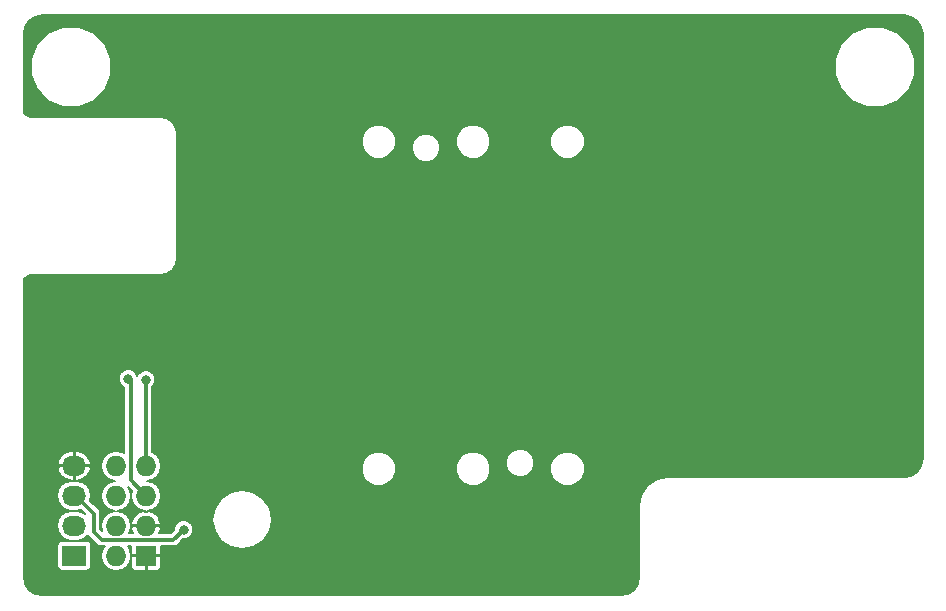
<source format=gbl>
G04 #@! TF.FileFunction,Copper,L2,Bot,Signal*
%FSLAX46Y46*%
G04 Gerber Fmt 4.6, Leading zero omitted, Abs format (unit mm)*
G04 Created by KiCad (PCBNEW 0.201601071449+6428~40~ubuntu14.04.1-stable) date Tue 29 Mar 2016 02:08:47 BST*
%MOMM*%
G01*
G04 APERTURE LIST*
%ADD10C,0.100000*%
%ADD11R,2.032000X1.727200*%
%ADD12O,2.032000X1.727200*%
%ADD13R,1.727200X1.727200*%
%ADD14O,1.727200X1.727200*%
%ADD15C,0.800000*%
%ADD16C,0.300000*%
%ADD17C,0.200000*%
G04 APERTURE END LIST*
D10*
D11*
X156718000Y-124206000D03*
D12*
X156718000Y-121666000D03*
X156718000Y-119126000D03*
X156718000Y-116586000D03*
D13*
X162814000Y-124206000D03*
D14*
X160274000Y-124206000D03*
X162814000Y-121666000D03*
X160274000Y-121666000D03*
X162814000Y-119126000D03*
X160274000Y-119126000D03*
X162814000Y-116586000D03*
X160274000Y-116586000D03*
D15*
X166000000Y-122000000D03*
X161300000Y-109200000D03*
X162800000Y-109300000D03*
D16*
X164764714Y-122869601D02*
X165130399Y-122869601D01*
X165130399Y-122869601D02*
X166000000Y-122000000D01*
X158400000Y-122200000D02*
X158400000Y-120655600D01*
X156870400Y-119126000D02*
X156718000Y-119126000D01*
X158400000Y-120655600D02*
X156870400Y-119126000D01*
X159069601Y-122869601D02*
X158400000Y-122200000D01*
X164764714Y-122869601D02*
X159069601Y-122869601D01*
X162814000Y-119126000D02*
X161500000Y-117812000D01*
X161500000Y-117812000D02*
X161500000Y-109400000D01*
X161500000Y-109400000D02*
X161300000Y-109200000D01*
X162800000Y-109300000D02*
X162800000Y-116572000D01*
X162800000Y-116572000D02*
X162814000Y-116586000D01*
D17*
G36*
X227589785Y-78576131D02*
X228089782Y-78910218D01*
X228423869Y-79410215D01*
X228550000Y-80044319D01*
X228550000Y-115955681D01*
X228423869Y-116589785D01*
X228089782Y-117089782D01*
X227589785Y-117423869D01*
X226955680Y-117550000D01*
X207000000Y-117550000D01*
X206956529Y-117558647D01*
X206912209Y-117558647D01*
X206146847Y-117710887D01*
X205984626Y-117778080D01*
X205335780Y-118211624D01*
X205211624Y-118335779D01*
X205211624Y-118335780D01*
X204778081Y-118984624D01*
X204778079Y-118984626D01*
X204778079Y-118984627D01*
X204710887Y-119146843D01*
X204710887Y-119146848D01*
X204558647Y-119912209D01*
X204558647Y-119956529D01*
X204550000Y-120000000D01*
X204550000Y-125955681D01*
X204423869Y-126589785D01*
X204089782Y-127089782D01*
X203589785Y-127423869D01*
X202955680Y-127550000D01*
X154044319Y-127550000D01*
X153410215Y-127423869D01*
X152910218Y-127089782D01*
X152576131Y-126589785D01*
X152450000Y-125955680D01*
X152450000Y-123342400D01*
X155294164Y-123342400D01*
X155294164Y-125069600D01*
X155322056Y-125217831D01*
X155409660Y-125353972D01*
X155543329Y-125445304D01*
X155702000Y-125477436D01*
X157734000Y-125477436D01*
X157882231Y-125449544D01*
X158018372Y-125361940D01*
X158109704Y-125228271D01*
X158141836Y-125069600D01*
X158141836Y-123342400D01*
X158113944Y-123194169D01*
X158026340Y-123058028D01*
X157892671Y-122966696D01*
X157734000Y-122934564D01*
X155702000Y-122934564D01*
X155553769Y-122962456D01*
X155417628Y-123050060D01*
X155326296Y-123183729D01*
X155294164Y-123342400D01*
X152450000Y-123342400D01*
X152450000Y-119126000D01*
X155274259Y-119126000D01*
X155370445Y-119609559D01*
X155644359Y-120019500D01*
X156054300Y-120293414D01*
X156537859Y-120389600D01*
X156898141Y-120389600D01*
X157280188Y-120313606D01*
X157633245Y-120666663D01*
X157381700Y-120498586D01*
X156898141Y-120402400D01*
X156537859Y-120402400D01*
X156054300Y-120498586D01*
X155644359Y-120772500D01*
X155370445Y-121182441D01*
X155274259Y-121666000D01*
X155370445Y-122149559D01*
X155644359Y-122559500D01*
X156054300Y-122833414D01*
X156537859Y-122929600D01*
X156898141Y-122929600D01*
X157381700Y-122833414D01*
X157791641Y-122559500D01*
X157891717Y-122409726D01*
X157891866Y-122410476D01*
X158011091Y-122588909D01*
X158680692Y-123258510D01*
X158859125Y-123377735D01*
X159069601Y-123419602D01*
X159069606Y-123419601D01*
X159292397Y-123419601D01*
X159106586Y-123697686D01*
X159010400Y-124181245D01*
X159010400Y-124230755D01*
X159106586Y-124714314D01*
X159380500Y-125124255D01*
X159790441Y-125398169D01*
X160274000Y-125494355D01*
X160757559Y-125398169D01*
X161167500Y-125124255D01*
X161441414Y-124714314D01*
X161512687Y-124356000D01*
X161550400Y-124356000D01*
X161550400Y-125149165D01*
X161611296Y-125296182D01*
X161723818Y-125408704D01*
X161870835Y-125469600D01*
X162664000Y-125469600D01*
X162764000Y-125369600D01*
X162764000Y-124256000D01*
X162864000Y-124256000D01*
X162864000Y-125369600D01*
X162964000Y-125469600D01*
X163757165Y-125469600D01*
X163904182Y-125408704D01*
X164016704Y-125296182D01*
X164077600Y-125149165D01*
X164077600Y-124356000D01*
X163977600Y-124256000D01*
X162864000Y-124256000D01*
X162764000Y-124256000D01*
X161650400Y-124256000D01*
X161550400Y-124356000D01*
X161512687Y-124356000D01*
X161537600Y-124230755D01*
X161537600Y-124181245D01*
X161441414Y-123697686D01*
X161255603Y-123419601D01*
X161550400Y-123419601D01*
X161550400Y-124056000D01*
X161650400Y-124156000D01*
X162764000Y-124156000D01*
X162764000Y-124136000D01*
X162864000Y-124136000D01*
X162864000Y-124156000D01*
X163977600Y-124156000D01*
X164077600Y-124056000D01*
X164077600Y-123419601D01*
X165130399Y-123419601D01*
X165340875Y-123377735D01*
X165519308Y-123258510D01*
X165977836Y-122799981D01*
X166158432Y-122800139D01*
X166452572Y-122678603D01*
X166677812Y-122453755D01*
X166799861Y-122159828D01*
X166800139Y-121841568D01*
X166678603Y-121547428D01*
X166453755Y-121322188D01*
X166159828Y-121200139D01*
X165841568Y-121199861D01*
X165547428Y-121321397D01*
X165322188Y-121546245D01*
X165200139Y-121840172D01*
X165199980Y-122022203D01*
X164902581Y-122319601D01*
X163884640Y-122319601D01*
X164053248Y-121912901D01*
X163976615Y-121716000D01*
X162864000Y-121716000D01*
X162864000Y-121736000D01*
X162764000Y-121736000D01*
X162764000Y-121716000D01*
X161651385Y-121716000D01*
X161574752Y-121912901D01*
X161743360Y-122319601D01*
X161344336Y-122319601D01*
X161441414Y-122174314D01*
X161537600Y-121690755D01*
X161537600Y-121641245D01*
X161441414Y-121157686D01*
X161167500Y-120747745D01*
X160757559Y-120473831D01*
X160366277Y-120396000D01*
X160757559Y-120318169D01*
X161167500Y-120044255D01*
X161441414Y-119634314D01*
X161537600Y-119150755D01*
X161537600Y-119101245D01*
X161441414Y-118617686D01*
X161267324Y-118357141D01*
X161626889Y-118716707D01*
X161550400Y-119101245D01*
X161550400Y-119150755D01*
X161646586Y-119634314D01*
X161920500Y-120044255D01*
X162330441Y-120318169D01*
X162763998Y-120404409D01*
X162763998Y-120503474D01*
X162567100Y-120426757D01*
X162112304Y-120615134D01*
X161763569Y-120963654D01*
X161574752Y-121419099D01*
X161651385Y-121616000D01*
X162764000Y-121616000D01*
X162764000Y-121596000D01*
X162864000Y-121596000D01*
X162864000Y-121616000D01*
X163976615Y-121616000D01*
X164053248Y-121419099D01*
X163945003Y-121158000D01*
X168427944Y-121158000D01*
X168619315Y-122120088D01*
X169164294Y-122935706D01*
X169979912Y-123480685D01*
X170942000Y-123672056D01*
X171904088Y-123480685D01*
X172719706Y-122935706D01*
X173264685Y-122120088D01*
X173456056Y-121158000D01*
X173264685Y-120195912D01*
X172719706Y-119380294D01*
X171904088Y-118835315D01*
X170942000Y-118643944D01*
X169979912Y-118835315D01*
X169164294Y-119380294D01*
X168619315Y-120195912D01*
X168427944Y-121158000D01*
X163945003Y-121158000D01*
X163864431Y-120963654D01*
X163515696Y-120615134D01*
X163060900Y-120426757D01*
X162864002Y-120503474D01*
X162864002Y-120404409D01*
X163297559Y-120318169D01*
X163707500Y-120044255D01*
X163981414Y-119634314D01*
X164077600Y-119150755D01*
X164077600Y-119101245D01*
X163981414Y-118617686D01*
X163707500Y-118207745D01*
X163297559Y-117933831D01*
X162906277Y-117856000D01*
X163297559Y-117778169D01*
X163707500Y-117504255D01*
X163952787Y-117137157D01*
X181049749Y-117137157D01*
X181270033Y-117670286D01*
X181677569Y-118078533D01*
X182210312Y-118299748D01*
X182787157Y-118300251D01*
X183320286Y-118079967D01*
X183728533Y-117672431D01*
X183949748Y-117139688D01*
X183949750Y-117137157D01*
X189049749Y-117137157D01*
X189270033Y-117670286D01*
X189677569Y-118078533D01*
X190210312Y-118299748D01*
X190787157Y-118300251D01*
X191320286Y-118079967D01*
X191728533Y-117672431D01*
X191949748Y-117139688D01*
X191950230Y-116586459D01*
X193305793Y-116586459D01*
X193487186Y-117025463D01*
X193822770Y-117361634D01*
X194261457Y-117543792D01*
X194736459Y-117544207D01*
X195175463Y-117362814D01*
X195401514Y-117137157D01*
X197049749Y-117137157D01*
X197270033Y-117670286D01*
X197677569Y-118078533D01*
X198210312Y-118299748D01*
X198787157Y-118300251D01*
X199320286Y-118079967D01*
X199728533Y-117672431D01*
X199949748Y-117139688D01*
X199950251Y-116562843D01*
X199729967Y-116029714D01*
X199322431Y-115621467D01*
X198789688Y-115400252D01*
X198212843Y-115399749D01*
X197679714Y-115620033D01*
X197271467Y-116027569D01*
X197050252Y-116560312D01*
X197049749Y-117137157D01*
X195401514Y-117137157D01*
X195511634Y-117027230D01*
X195693792Y-116588543D01*
X195694207Y-116113541D01*
X195512814Y-115674537D01*
X195177230Y-115338366D01*
X194738543Y-115156208D01*
X194263541Y-115155793D01*
X193824537Y-115337186D01*
X193488366Y-115672770D01*
X193306208Y-116111457D01*
X193305793Y-116586459D01*
X191950230Y-116586459D01*
X191950251Y-116562843D01*
X191729967Y-116029714D01*
X191322431Y-115621467D01*
X190789688Y-115400252D01*
X190212843Y-115399749D01*
X189679714Y-115620033D01*
X189271467Y-116027569D01*
X189050252Y-116560312D01*
X189049749Y-117137157D01*
X183949750Y-117137157D01*
X183950251Y-116562843D01*
X183729967Y-116029714D01*
X183322431Y-115621467D01*
X182789688Y-115400252D01*
X182212843Y-115399749D01*
X181679714Y-115620033D01*
X181271467Y-116027569D01*
X181050252Y-116560312D01*
X181049749Y-117137157D01*
X163952787Y-117137157D01*
X163981414Y-117094314D01*
X164077600Y-116610755D01*
X164077600Y-116561245D01*
X163981414Y-116077686D01*
X163707500Y-115667745D01*
X163350000Y-115428871D01*
X163350000Y-109881345D01*
X163477812Y-109753755D01*
X163599861Y-109459828D01*
X163600139Y-109141568D01*
X163478603Y-108847428D01*
X163253755Y-108622188D01*
X162959828Y-108500139D01*
X162641568Y-108499861D01*
X162347428Y-108621397D01*
X162122188Y-108846245D01*
X162070684Y-108970281D01*
X161978603Y-108747428D01*
X161753755Y-108522188D01*
X161459828Y-108400139D01*
X161141568Y-108399861D01*
X160847428Y-108521397D01*
X160622188Y-108746245D01*
X160500139Y-109040172D01*
X160499861Y-109358432D01*
X160621397Y-109652572D01*
X160846245Y-109877812D01*
X160950000Y-109920895D01*
X160950000Y-115522416D01*
X160757559Y-115393831D01*
X160274000Y-115297645D01*
X159790441Y-115393831D01*
X159380500Y-115667745D01*
X159106586Y-116077686D01*
X159010400Y-116561245D01*
X159010400Y-116610755D01*
X159106586Y-117094314D01*
X159380500Y-117504255D01*
X159790441Y-117778169D01*
X160181723Y-117856000D01*
X159790441Y-117933831D01*
X159380500Y-118207745D01*
X159106586Y-118617686D01*
X159010400Y-119101245D01*
X159010400Y-119150755D01*
X159106586Y-119634314D01*
X159380500Y-120044255D01*
X159790441Y-120318169D01*
X160181723Y-120396000D01*
X159790441Y-120473831D01*
X159380500Y-120747745D01*
X159106586Y-121157686D01*
X159010400Y-121641245D01*
X159010400Y-121690755D01*
X159095277Y-122117459D01*
X158950000Y-121972182D01*
X158950000Y-120655600D01*
X158908134Y-120445124D01*
X158788909Y-120266691D01*
X158076542Y-119554324D01*
X158161741Y-119126000D01*
X158065555Y-118642441D01*
X157791641Y-118232500D01*
X157381700Y-117958586D01*
X156898141Y-117862400D01*
X156537859Y-117862400D01*
X156054300Y-117958586D01*
X155644359Y-118232500D01*
X155370445Y-118642441D01*
X155274259Y-119126000D01*
X152450000Y-119126000D01*
X152450000Y-116832900D01*
X155326357Y-116832900D01*
X155379051Y-117023365D01*
X155636744Y-117444145D01*
X156035847Y-117734280D01*
X156515600Y-117849600D01*
X156668000Y-117849600D01*
X156668000Y-116636000D01*
X156768000Y-116636000D01*
X156768000Y-117849600D01*
X156920400Y-117849600D01*
X157400153Y-117734280D01*
X157799256Y-117444145D01*
X158056949Y-117023365D01*
X158109643Y-116832900D01*
X158032925Y-116636000D01*
X156768000Y-116636000D01*
X156668000Y-116636000D01*
X155403075Y-116636000D01*
X155326357Y-116832900D01*
X152450000Y-116832900D01*
X152450000Y-116339100D01*
X155326357Y-116339100D01*
X155403075Y-116536000D01*
X156668000Y-116536000D01*
X156668000Y-115322400D01*
X156768000Y-115322400D01*
X156768000Y-116536000D01*
X158032925Y-116536000D01*
X158109643Y-116339100D01*
X158056949Y-116148635D01*
X157799256Y-115727855D01*
X157400153Y-115437720D01*
X156920400Y-115322400D01*
X156768000Y-115322400D01*
X156668000Y-115322400D01*
X156515600Y-115322400D01*
X156035847Y-115437720D01*
X155636744Y-115727855D01*
X155379051Y-116148635D01*
X155326357Y-116339100D01*
X152450000Y-116339100D01*
X152450000Y-101044318D01*
X152500010Y-100792898D01*
X152617325Y-100617324D01*
X152792899Y-100500010D01*
X153044318Y-100450000D01*
X164000000Y-100450000D01*
X164043471Y-100441353D01*
X164087790Y-100441353D01*
X164470468Y-100365234D01*
X164470473Y-100365234D01*
X164537665Y-100337402D01*
X164632690Y-100298042D01*
X164632695Y-100298037D01*
X164957111Y-100081270D01*
X164957114Y-100081269D01*
X165050053Y-99988329D01*
X165081268Y-99957114D01*
X165081269Y-99957111D01*
X165298039Y-99632693D01*
X165298042Y-99632690D01*
X165332409Y-99549719D01*
X165365234Y-99470473D01*
X165365234Y-99470468D01*
X165441353Y-99087790D01*
X165441353Y-99043471D01*
X165450000Y-99000000D01*
X165450000Y-89437157D01*
X181049749Y-89437157D01*
X181270033Y-89970286D01*
X181677569Y-90378533D01*
X182210312Y-90599748D01*
X182787157Y-90600251D01*
X183320286Y-90379967D01*
X183728533Y-89972431D01*
X183764231Y-89886459D01*
X185305793Y-89886459D01*
X185487186Y-90325463D01*
X185822770Y-90661634D01*
X186261457Y-90843792D01*
X186736459Y-90844207D01*
X187175463Y-90662814D01*
X187511634Y-90327230D01*
X187693792Y-89888543D01*
X187694186Y-89437157D01*
X189049749Y-89437157D01*
X189270033Y-89970286D01*
X189677569Y-90378533D01*
X190210312Y-90599748D01*
X190787157Y-90600251D01*
X191320286Y-90379967D01*
X191728533Y-89972431D01*
X191949748Y-89439688D01*
X191949750Y-89437157D01*
X197049749Y-89437157D01*
X197270033Y-89970286D01*
X197677569Y-90378533D01*
X198210312Y-90599748D01*
X198787157Y-90600251D01*
X199320286Y-90379967D01*
X199728533Y-89972431D01*
X199949748Y-89439688D01*
X199950251Y-88862843D01*
X199729967Y-88329714D01*
X199322431Y-87921467D01*
X198789688Y-87700252D01*
X198212843Y-87699749D01*
X197679714Y-87920033D01*
X197271467Y-88327569D01*
X197050252Y-88860312D01*
X197049749Y-89437157D01*
X191949750Y-89437157D01*
X191950251Y-88862843D01*
X191729967Y-88329714D01*
X191322431Y-87921467D01*
X190789688Y-87700252D01*
X190212843Y-87699749D01*
X189679714Y-87920033D01*
X189271467Y-88327569D01*
X189050252Y-88860312D01*
X189049749Y-89437157D01*
X187694186Y-89437157D01*
X187694207Y-89413541D01*
X187512814Y-88974537D01*
X187177230Y-88638366D01*
X186738543Y-88456208D01*
X186263541Y-88455793D01*
X185824537Y-88637186D01*
X185488366Y-88972770D01*
X185306208Y-89411457D01*
X185305793Y-89886459D01*
X183764231Y-89886459D01*
X183949748Y-89439688D01*
X183950251Y-88862843D01*
X183729967Y-88329714D01*
X183322431Y-87921467D01*
X182789688Y-87700252D01*
X182212843Y-87699749D01*
X181679714Y-87920033D01*
X181271467Y-88327569D01*
X181050252Y-88860312D01*
X181049749Y-89437157D01*
X165450000Y-89437157D01*
X165450000Y-88500000D01*
X165441353Y-88456529D01*
X165441353Y-88412210D01*
X165365234Y-88029532D01*
X165365234Y-88029527D01*
X165318104Y-87915746D01*
X165298042Y-87867310D01*
X165298039Y-87867307D01*
X165081268Y-87542887D01*
X165081268Y-87542886D01*
X164995495Y-87457113D01*
X164957114Y-87418731D01*
X164957111Y-87418730D01*
X164632695Y-87201963D01*
X164632690Y-87201958D01*
X164537665Y-87162598D01*
X164470473Y-87134766D01*
X164470468Y-87134766D01*
X164087790Y-87058647D01*
X164043471Y-87058647D01*
X164000000Y-87050000D01*
X153044318Y-87050000D01*
X152792899Y-86999990D01*
X152617325Y-86882676D01*
X152500010Y-86707102D01*
X152450000Y-86455682D01*
X152450000Y-83477335D01*
X153063411Y-83477335D01*
X153579940Y-84727429D01*
X154535540Y-85684699D01*
X155784731Y-86203409D01*
X157137335Y-86204589D01*
X158387429Y-85688060D01*
X159344699Y-84732460D01*
X159863409Y-83483269D01*
X159863414Y-83477335D01*
X221135411Y-83477335D01*
X221651940Y-84727429D01*
X222607540Y-85684699D01*
X223856731Y-86203409D01*
X225209335Y-86204589D01*
X226459429Y-85688060D01*
X227416699Y-84732460D01*
X227935409Y-83483269D01*
X227936589Y-82130665D01*
X227420060Y-80880571D01*
X226464460Y-79923301D01*
X225215269Y-79404591D01*
X223862665Y-79403411D01*
X222612571Y-79919940D01*
X221655301Y-80875540D01*
X221136591Y-82124731D01*
X221135411Y-83477335D01*
X159863414Y-83477335D01*
X159864589Y-82130665D01*
X159348060Y-80880571D01*
X158392460Y-79923301D01*
X157143269Y-79404591D01*
X155790665Y-79403411D01*
X154540571Y-79919940D01*
X153583301Y-80875540D01*
X153064591Y-82124731D01*
X153063411Y-83477335D01*
X152450000Y-83477335D01*
X152450000Y-80044320D01*
X152576131Y-79410215D01*
X152910218Y-78910218D01*
X153410215Y-78576131D01*
X154044319Y-78450000D01*
X226955680Y-78450000D01*
X227589785Y-78576131D01*
X227589785Y-78576131D01*
G37*
X227589785Y-78576131D02*
X228089782Y-78910218D01*
X228423869Y-79410215D01*
X228550000Y-80044319D01*
X228550000Y-115955681D01*
X228423869Y-116589785D01*
X228089782Y-117089782D01*
X227589785Y-117423869D01*
X226955680Y-117550000D01*
X207000000Y-117550000D01*
X206956529Y-117558647D01*
X206912209Y-117558647D01*
X206146847Y-117710887D01*
X205984626Y-117778080D01*
X205335780Y-118211624D01*
X205211624Y-118335779D01*
X205211624Y-118335780D01*
X204778081Y-118984624D01*
X204778079Y-118984626D01*
X204778079Y-118984627D01*
X204710887Y-119146843D01*
X204710887Y-119146848D01*
X204558647Y-119912209D01*
X204558647Y-119956529D01*
X204550000Y-120000000D01*
X204550000Y-125955681D01*
X204423869Y-126589785D01*
X204089782Y-127089782D01*
X203589785Y-127423869D01*
X202955680Y-127550000D01*
X154044319Y-127550000D01*
X153410215Y-127423869D01*
X152910218Y-127089782D01*
X152576131Y-126589785D01*
X152450000Y-125955680D01*
X152450000Y-123342400D01*
X155294164Y-123342400D01*
X155294164Y-125069600D01*
X155322056Y-125217831D01*
X155409660Y-125353972D01*
X155543329Y-125445304D01*
X155702000Y-125477436D01*
X157734000Y-125477436D01*
X157882231Y-125449544D01*
X158018372Y-125361940D01*
X158109704Y-125228271D01*
X158141836Y-125069600D01*
X158141836Y-123342400D01*
X158113944Y-123194169D01*
X158026340Y-123058028D01*
X157892671Y-122966696D01*
X157734000Y-122934564D01*
X155702000Y-122934564D01*
X155553769Y-122962456D01*
X155417628Y-123050060D01*
X155326296Y-123183729D01*
X155294164Y-123342400D01*
X152450000Y-123342400D01*
X152450000Y-119126000D01*
X155274259Y-119126000D01*
X155370445Y-119609559D01*
X155644359Y-120019500D01*
X156054300Y-120293414D01*
X156537859Y-120389600D01*
X156898141Y-120389600D01*
X157280188Y-120313606D01*
X157633245Y-120666663D01*
X157381700Y-120498586D01*
X156898141Y-120402400D01*
X156537859Y-120402400D01*
X156054300Y-120498586D01*
X155644359Y-120772500D01*
X155370445Y-121182441D01*
X155274259Y-121666000D01*
X155370445Y-122149559D01*
X155644359Y-122559500D01*
X156054300Y-122833414D01*
X156537859Y-122929600D01*
X156898141Y-122929600D01*
X157381700Y-122833414D01*
X157791641Y-122559500D01*
X157891717Y-122409726D01*
X157891866Y-122410476D01*
X158011091Y-122588909D01*
X158680692Y-123258510D01*
X158859125Y-123377735D01*
X159069601Y-123419602D01*
X159069606Y-123419601D01*
X159292397Y-123419601D01*
X159106586Y-123697686D01*
X159010400Y-124181245D01*
X159010400Y-124230755D01*
X159106586Y-124714314D01*
X159380500Y-125124255D01*
X159790441Y-125398169D01*
X160274000Y-125494355D01*
X160757559Y-125398169D01*
X161167500Y-125124255D01*
X161441414Y-124714314D01*
X161512687Y-124356000D01*
X161550400Y-124356000D01*
X161550400Y-125149165D01*
X161611296Y-125296182D01*
X161723818Y-125408704D01*
X161870835Y-125469600D01*
X162664000Y-125469600D01*
X162764000Y-125369600D01*
X162764000Y-124256000D01*
X162864000Y-124256000D01*
X162864000Y-125369600D01*
X162964000Y-125469600D01*
X163757165Y-125469600D01*
X163904182Y-125408704D01*
X164016704Y-125296182D01*
X164077600Y-125149165D01*
X164077600Y-124356000D01*
X163977600Y-124256000D01*
X162864000Y-124256000D01*
X162764000Y-124256000D01*
X161650400Y-124256000D01*
X161550400Y-124356000D01*
X161512687Y-124356000D01*
X161537600Y-124230755D01*
X161537600Y-124181245D01*
X161441414Y-123697686D01*
X161255603Y-123419601D01*
X161550400Y-123419601D01*
X161550400Y-124056000D01*
X161650400Y-124156000D01*
X162764000Y-124156000D01*
X162764000Y-124136000D01*
X162864000Y-124136000D01*
X162864000Y-124156000D01*
X163977600Y-124156000D01*
X164077600Y-124056000D01*
X164077600Y-123419601D01*
X165130399Y-123419601D01*
X165340875Y-123377735D01*
X165519308Y-123258510D01*
X165977836Y-122799981D01*
X166158432Y-122800139D01*
X166452572Y-122678603D01*
X166677812Y-122453755D01*
X166799861Y-122159828D01*
X166800139Y-121841568D01*
X166678603Y-121547428D01*
X166453755Y-121322188D01*
X166159828Y-121200139D01*
X165841568Y-121199861D01*
X165547428Y-121321397D01*
X165322188Y-121546245D01*
X165200139Y-121840172D01*
X165199980Y-122022203D01*
X164902581Y-122319601D01*
X163884640Y-122319601D01*
X164053248Y-121912901D01*
X163976615Y-121716000D01*
X162864000Y-121716000D01*
X162864000Y-121736000D01*
X162764000Y-121736000D01*
X162764000Y-121716000D01*
X161651385Y-121716000D01*
X161574752Y-121912901D01*
X161743360Y-122319601D01*
X161344336Y-122319601D01*
X161441414Y-122174314D01*
X161537600Y-121690755D01*
X161537600Y-121641245D01*
X161441414Y-121157686D01*
X161167500Y-120747745D01*
X160757559Y-120473831D01*
X160366277Y-120396000D01*
X160757559Y-120318169D01*
X161167500Y-120044255D01*
X161441414Y-119634314D01*
X161537600Y-119150755D01*
X161537600Y-119101245D01*
X161441414Y-118617686D01*
X161267324Y-118357141D01*
X161626889Y-118716707D01*
X161550400Y-119101245D01*
X161550400Y-119150755D01*
X161646586Y-119634314D01*
X161920500Y-120044255D01*
X162330441Y-120318169D01*
X162763998Y-120404409D01*
X162763998Y-120503474D01*
X162567100Y-120426757D01*
X162112304Y-120615134D01*
X161763569Y-120963654D01*
X161574752Y-121419099D01*
X161651385Y-121616000D01*
X162764000Y-121616000D01*
X162764000Y-121596000D01*
X162864000Y-121596000D01*
X162864000Y-121616000D01*
X163976615Y-121616000D01*
X164053248Y-121419099D01*
X163945003Y-121158000D01*
X168427944Y-121158000D01*
X168619315Y-122120088D01*
X169164294Y-122935706D01*
X169979912Y-123480685D01*
X170942000Y-123672056D01*
X171904088Y-123480685D01*
X172719706Y-122935706D01*
X173264685Y-122120088D01*
X173456056Y-121158000D01*
X173264685Y-120195912D01*
X172719706Y-119380294D01*
X171904088Y-118835315D01*
X170942000Y-118643944D01*
X169979912Y-118835315D01*
X169164294Y-119380294D01*
X168619315Y-120195912D01*
X168427944Y-121158000D01*
X163945003Y-121158000D01*
X163864431Y-120963654D01*
X163515696Y-120615134D01*
X163060900Y-120426757D01*
X162864002Y-120503474D01*
X162864002Y-120404409D01*
X163297559Y-120318169D01*
X163707500Y-120044255D01*
X163981414Y-119634314D01*
X164077600Y-119150755D01*
X164077600Y-119101245D01*
X163981414Y-118617686D01*
X163707500Y-118207745D01*
X163297559Y-117933831D01*
X162906277Y-117856000D01*
X163297559Y-117778169D01*
X163707500Y-117504255D01*
X163952787Y-117137157D01*
X181049749Y-117137157D01*
X181270033Y-117670286D01*
X181677569Y-118078533D01*
X182210312Y-118299748D01*
X182787157Y-118300251D01*
X183320286Y-118079967D01*
X183728533Y-117672431D01*
X183949748Y-117139688D01*
X183949750Y-117137157D01*
X189049749Y-117137157D01*
X189270033Y-117670286D01*
X189677569Y-118078533D01*
X190210312Y-118299748D01*
X190787157Y-118300251D01*
X191320286Y-118079967D01*
X191728533Y-117672431D01*
X191949748Y-117139688D01*
X191950230Y-116586459D01*
X193305793Y-116586459D01*
X193487186Y-117025463D01*
X193822770Y-117361634D01*
X194261457Y-117543792D01*
X194736459Y-117544207D01*
X195175463Y-117362814D01*
X195401514Y-117137157D01*
X197049749Y-117137157D01*
X197270033Y-117670286D01*
X197677569Y-118078533D01*
X198210312Y-118299748D01*
X198787157Y-118300251D01*
X199320286Y-118079967D01*
X199728533Y-117672431D01*
X199949748Y-117139688D01*
X199950251Y-116562843D01*
X199729967Y-116029714D01*
X199322431Y-115621467D01*
X198789688Y-115400252D01*
X198212843Y-115399749D01*
X197679714Y-115620033D01*
X197271467Y-116027569D01*
X197050252Y-116560312D01*
X197049749Y-117137157D01*
X195401514Y-117137157D01*
X195511634Y-117027230D01*
X195693792Y-116588543D01*
X195694207Y-116113541D01*
X195512814Y-115674537D01*
X195177230Y-115338366D01*
X194738543Y-115156208D01*
X194263541Y-115155793D01*
X193824537Y-115337186D01*
X193488366Y-115672770D01*
X193306208Y-116111457D01*
X193305793Y-116586459D01*
X191950230Y-116586459D01*
X191950251Y-116562843D01*
X191729967Y-116029714D01*
X191322431Y-115621467D01*
X190789688Y-115400252D01*
X190212843Y-115399749D01*
X189679714Y-115620033D01*
X189271467Y-116027569D01*
X189050252Y-116560312D01*
X189049749Y-117137157D01*
X183949750Y-117137157D01*
X183950251Y-116562843D01*
X183729967Y-116029714D01*
X183322431Y-115621467D01*
X182789688Y-115400252D01*
X182212843Y-115399749D01*
X181679714Y-115620033D01*
X181271467Y-116027569D01*
X181050252Y-116560312D01*
X181049749Y-117137157D01*
X163952787Y-117137157D01*
X163981414Y-117094314D01*
X164077600Y-116610755D01*
X164077600Y-116561245D01*
X163981414Y-116077686D01*
X163707500Y-115667745D01*
X163350000Y-115428871D01*
X163350000Y-109881345D01*
X163477812Y-109753755D01*
X163599861Y-109459828D01*
X163600139Y-109141568D01*
X163478603Y-108847428D01*
X163253755Y-108622188D01*
X162959828Y-108500139D01*
X162641568Y-108499861D01*
X162347428Y-108621397D01*
X162122188Y-108846245D01*
X162070684Y-108970281D01*
X161978603Y-108747428D01*
X161753755Y-108522188D01*
X161459828Y-108400139D01*
X161141568Y-108399861D01*
X160847428Y-108521397D01*
X160622188Y-108746245D01*
X160500139Y-109040172D01*
X160499861Y-109358432D01*
X160621397Y-109652572D01*
X160846245Y-109877812D01*
X160950000Y-109920895D01*
X160950000Y-115522416D01*
X160757559Y-115393831D01*
X160274000Y-115297645D01*
X159790441Y-115393831D01*
X159380500Y-115667745D01*
X159106586Y-116077686D01*
X159010400Y-116561245D01*
X159010400Y-116610755D01*
X159106586Y-117094314D01*
X159380500Y-117504255D01*
X159790441Y-117778169D01*
X160181723Y-117856000D01*
X159790441Y-117933831D01*
X159380500Y-118207745D01*
X159106586Y-118617686D01*
X159010400Y-119101245D01*
X159010400Y-119150755D01*
X159106586Y-119634314D01*
X159380500Y-120044255D01*
X159790441Y-120318169D01*
X160181723Y-120396000D01*
X159790441Y-120473831D01*
X159380500Y-120747745D01*
X159106586Y-121157686D01*
X159010400Y-121641245D01*
X159010400Y-121690755D01*
X159095277Y-122117459D01*
X158950000Y-121972182D01*
X158950000Y-120655600D01*
X158908134Y-120445124D01*
X158788909Y-120266691D01*
X158076542Y-119554324D01*
X158161741Y-119126000D01*
X158065555Y-118642441D01*
X157791641Y-118232500D01*
X157381700Y-117958586D01*
X156898141Y-117862400D01*
X156537859Y-117862400D01*
X156054300Y-117958586D01*
X155644359Y-118232500D01*
X155370445Y-118642441D01*
X155274259Y-119126000D01*
X152450000Y-119126000D01*
X152450000Y-116832900D01*
X155326357Y-116832900D01*
X155379051Y-117023365D01*
X155636744Y-117444145D01*
X156035847Y-117734280D01*
X156515600Y-117849600D01*
X156668000Y-117849600D01*
X156668000Y-116636000D01*
X156768000Y-116636000D01*
X156768000Y-117849600D01*
X156920400Y-117849600D01*
X157400153Y-117734280D01*
X157799256Y-117444145D01*
X158056949Y-117023365D01*
X158109643Y-116832900D01*
X158032925Y-116636000D01*
X156768000Y-116636000D01*
X156668000Y-116636000D01*
X155403075Y-116636000D01*
X155326357Y-116832900D01*
X152450000Y-116832900D01*
X152450000Y-116339100D01*
X155326357Y-116339100D01*
X155403075Y-116536000D01*
X156668000Y-116536000D01*
X156668000Y-115322400D01*
X156768000Y-115322400D01*
X156768000Y-116536000D01*
X158032925Y-116536000D01*
X158109643Y-116339100D01*
X158056949Y-116148635D01*
X157799256Y-115727855D01*
X157400153Y-115437720D01*
X156920400Y-115322400D01*
X156768000Y-115322400D01*
X156668000Y-115322400D01*
X156515600Y-115322400D01*
X156035847Y-115437720D01*
X155636744Y-115727855D01*
X155379051Y-116148635D01*
X155326357Y-116339100D01*
X152450000Y-116339100D01*
X152450000Y-101044318D01*
X152500010Y-100792898D01*
X152617325Y-100617324D01*
X152792899Y-100500010D01*
X153044318Y-100450000D01*
X164000000Y-100450000D01*
X164043471Y-100441353D01*
X164087790Y-100441353D01*
X164470468Y-100365234D01*
X164470473Y-100365234D01*
X164537665Y-100337402D01*
X164632690Y-100298042D01*
X164632695Y-100298037D01*
X164957111Y-100081270D01*
X164957114Y-100081269D01*
X165050053Y-99988329D01*
X165081268Y-99957114D01*
X165081269Y-99957111D01*
X165298039Y-99632693D01*
X165298042Y-99632690D01*
X165332409Y-99549719D01*
X165365234Y-99470473D01*
X165365234Y-99470468D01*
X165441353Y-99087790D01*
X165441353Y-99043471D01*
X165450000Y-99000000D01*
X165450000Y-89437157D01*
X181049749Y-89437157D01*
X181270033Y-89970286D01*
X181677569Y-90378533D01*
X182210312Y-90599748D01*
X182787157Y-90600251D01*
X183320286Y-90379967D01*
X183728533Y-89972431D01*
X183764231Y-89886459D01*
X185305793Y-89886459D01*
X185487186Y-90325463D01*
X185822770Y-90661634D01*
X186261457Y-90843792D01*
X186736459Y-90844207D01*
X187175463Y-90662814D01*
X187511634Y-90327230D01*
X187693792Y-89888543D01*
X187694186Y-89437157D01*
X189049749Y-89437157D01*
X189270033Y-89970286D01*
X189677569Y-90378533D01*
X190210312Y-90599748D01*
X190787157Y-90600251D01*
X191320286Y-90379967D01*
X191728533Y-89972431D01*
X191949748Y-89439688D01*
X191949750Y-89437157D01*
X197049749Y-89437157D01*
X197270033Y-89970286D01*
X197677569Y-90378533D01*
X198210312Y-90599748D01*
X198787157Y-90600251D01*
X199320286Y-90379967D01*
X199728533Y-89972431D01*
X199949748Y-89439688D01*
X199950251Y-88862843D01*
X199729967Y-88329714D01*
X199322431Y-87921467D01*
X198789688Y-87700252D01*
X198212843Y-87699749D01*
X197679714Y-87920033D01*
X197271467Y-88327569D01*
X197050252Y-88860312D01*
X197049749Y-89437157D01*
X191949750Y-89437157D01*
X191950251Y-88862843D01*
X191729967Y-88329714D01*
X191322431Y-87921467D01*
X190789688Y-87700252D01*
X190212843Y-87699749D01*
X189679714Y-87920033D01*
X189271467Y-88327569D01*
X189050252Y-88860312D01*
X189049749Y-89437157D01*
X187694186Y-89437157D01*
X187694207Y-89413541D01*
X187512814Y-88974537D01*
X187177230Y-88638366D01*
X186738543Y-88456208D01*
X186263541Y-88455793D01*
X185824537Y-88637186D01*
X185488366Y-88972770D01*
X185306208Y-89411457D01*
X185305793Y-89886459D01*
X183764231Y-89886459D01*
X183949748Y-89439688D01*
X183950251Y-88862843D01*
X183729967Y-88329714D01*
X183322431Y-87921467D01*
X182789688Y-87700252D01*
X182212843Y-87699749D01*
X181679714Y-87920033D01*
X181271467Y-88327569D01*
X181050252Y-88860312D01*
X181049749Y-89437157D01*
X165450000Y-89437157D01*
X165450000Y-88500000D01*
X165441353Y-88456529D01*
X165441353Y-88412210D01*
X165365234Y-88029532D01*
X165365234Y-88029527D01*
X165318104Y-87915746D01*
X165298042Y-87867310D01*
X165298039Y-87867307D01*
X165081268Y-87542887D01*
X165081268Y-87542886D01*
X164995495Y-87457113D01*
X164957114Y-87418731D01*
X164957111Y-87418730D01*
X164632695Y-87201963D01*
X164632690Y-87201958D01*
X164537665Y-87162598D01*
X164470473Y-87134766D01*
X164470468Y-87134766D01*
X164087790Y-87058647D01*
X164043471Y-87058647D01*
X164000000Y-87050000D01*
X153044318Y-87050000D01*
X152792899Y-86999990D01*
X152617325Y-86882676D01*
X152500010Y-86707102D01*
X152450000Y-86455682D01*
X152450000Y-83477335D01*
X153063411Y-83477335D01*
X153579940Y-84727429D01*
X154535540Y-85684699D01*
X155784731Y-86203409D01*
X157137335Y-86204589D01*
X158387429Y-85688060D01*
X159344699Y-84732460D01*
X159863409Y-83483269D01*
X159863414Y-83477335D01*
X221135411Y-83477335D01*
X221651940Y-84727429D01*
X222607540Y-85684699D01*
X223856731Y-86203409D01*
X225209335Y-86204589D01*
X226459429Y-85688060D01*
X227416699Y-84732460D01*
X227935409Y-83483269D01*
X227936589Y-82130665D01*
X227420060Y-80880571D01*
X226464460Y-79923301D01*
X225215269Y-79404591D01*
X223862665Y-79403411D01*
X222612571Y-79919940D01*
X221655301Y-80875540D01*
X221136591Y-82124731D01*
X221135411Y-83477335D01*
X159863414Y-83477335D01*
X159864589Y-82130665D01*
X159348060Y-80880571D01*
X158392460Y-79923301D01*
X157143269Y-79404591D01*
X155790665Y-79403411D01*
X154540571Y-79919940D01*
X153583301Y-80875540D01*
X153064591Y-82124731D01*
X153063411Y-83477335D01*
X152450000Y-83477335D01*
X152450000Y-80044320D01*
X152576131Y-79410215D01*
X152910218Y-78910218D01*
X153410215Y-78576131D01*
X154044319Y-78450000D01*
X226955680Y-78450000D01*
X227589785Y-78576131D01*
M02*

</source>
